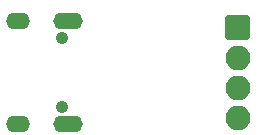
<source format=gbr>
G04 #@! TF.GenerationSoftware,KiCad,Pcbnew,5.1.9*
G04 #@! TF.CreationDate,2021-01-09T08:42:39+01:00*
G04 #@! TF.ProjectId,CH330,43483333-302e-46b6-9963-61645f706362,rev?*
G04 #@! TF.SameCoordinates,Original*
G04 #@! TF.FileFunction,Soldermask,Bot*
G04 #@! TF.FilePolarity,Negative*
%FSLAX46Y46*%
G04 Gerber Fmt 4.6, Leading zero omitted, Abs format (unit mm)*
G04 Created by KiCad (PCBNEW 5.1.9) date 2021-01-09 08:42:39*
%MOMM*%
%LPD*%
G01*
G04 APERTURE LIST*
%ADD10O,2.500000X1.400000*%
%ADD11O,2.000000X1.400000*%
%ADD12C,1.050000*%
%ADD13O,2.100000X2.100000*%
G04 APERTURE END LIST*
D10*
X183005000Y-75680000D03*
X183005000Y-84320000D03*
D11*
X178825000Y-75680000D03*
X178825000Y-84320000D03*
D12*
X182505000Y-82890000D03*
X182505000Y-77110000D03*
D13*
X197400000Y-83820000D03*
X197400000Y-81280000D03*
X197400000Y-78740000D03*
G36*
G01*
X196350000Y-77050000D02*
X196350000Y-75350000D01*
G75*
G02*
X196550000Y-75150000I200000J0D01*
G01*
X198250000Y-75150000D01*
G75*
G02*
X198450000Y-75350000I0J-200000D01*
G01*
X198450000Y-77050000D01*
G75*
G02*
X198250000Y-77250000I-200000J0D01*
G01*
X196550000Y-77250000D01*
G75*
G02*
X196350000Y-77050000I0J200000D01*
G01*
G37*
M02*

</source>
